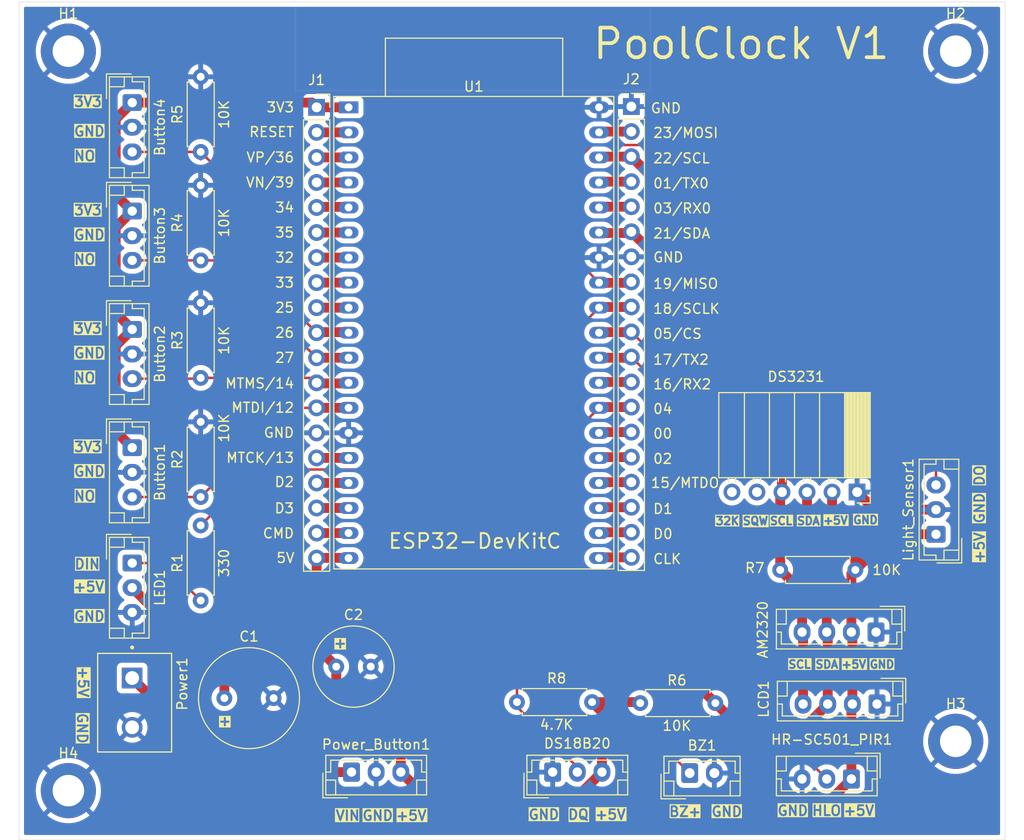
<source format=kicad_pcb>
(kicad_pcb (version 20240108) (generator "pcbnew") (generator_version "8.0")
  (title_block (title "PoolClock") (date "2025-01-26") (rev "1.0") (comment 1 "Yves Gaignard"))
  (layers (0 "F.Cu" signal) (31 "B.Cu" mixed) (34 "B.Paste" user) (35 "F.Paste" user) (36 "B.SilkS" user "B.Silkscreen") (37 "F.SilkS" user "F.Silkscreen") (38 "B.Mask" user) (39 "F.Mask" user) (44 "Edge.Cuts" user))
  (net 0 "")
  (net 1 "/SCL")
  (net 2 "GND")
  (net 3 "/SDA")
  (net 4 "/DIN")
  (net 5 "/IO12")
  (net 6 "/IO14")
  (net 7 "/IO27")
  (net 8 "/IO26")
  (net 9 "/IO17")
  (net 10 "/IO04")
  (net 11 "/IO05")
  (net 12 "/IO35")
  (net 13 "/EN")
  (net 14 "/IO32")
  (net 15 "/IO25")
  (net 16 "/IO39")
  (net 17 "/IO33")
  (net 18 "/IO36")
  (net 19 "/IO34")
  (net 20 "/IO13")
  (net 21 "/IO09")
  (net 22 "/IO11")
  (net 23 "/IO10")
  (net 24 "/IO08")
  (net 25 "/IO06")
  (net 26 "/IO18")
  (net 27 "/IO00")
  (net 28 "/VIN")
  (net 29 "/IO03")
  (net 30 "/32K")
  (net 31 "/SQW")
  (net 32 "/IO19")
  (net 33 "/IO07")
  (net 34 "/IO15")
  (net 35 "/IO23")
  (net 36 "/IO16")
  (net 37 "/IO01")
  (net 38 "/IO02")
  (net 39 "/+5V")
  (net 40 "/3V3")
  (footprint "Connector_JST:JST_EH_B3B-EH-A_1x03_P2.50mm_Vertical" (layer "F.Cu") (at 86.975 76.21844 -90)
    (property "Reference" "Button3" (at 2.5 -2.8 90) (layer "F.SilkS"))
    (property "Value" "Conn_01x03_Pin" (hide yes))
    (pad "1" thru_hole roundrect (at 0 0 270) (size 1.7 1.95) (drill 0.95) (layers "*.Cu" "*.Mask") (roundrect_rratio 0.147059) (net 40 "/3V3"))
    (pad "2" thru_hole oval (at 2.5 0 270) (size 1.7 1.95) (drill 0.95) (layers "*.Cu" "*.Mask") (net 2 "GND"))
    (pad "3" thru_hole oval (at 5 0 270) (size 1.7 1.95) (drill 0.95) (layers "*.Cu" "*.Mask") (net 7 "/IO27"))
  )
  (footprint "Connector_JST:JST_EH_B3B-EH-A_1x03_P2.50mm_Vertical" (layer "F.Cu") (at 109.22 133.12)
    (property "Reference" "Power_Button1" (at 2.5 -2.8 0) (layer "F.SilkS"))
    (property "Value" "Conn_01x03_Pin" (hide yes))
    (pad "1" thru_hole roundrect (at 0 0) (size 1.7 1.95) (drill 0.95) (layers "*.Cu" "*.Mask") (roundrect_rratio 0.147059) (net 28 "/VIN"))
    (pad "2" thru_hole oval (at 2.5 0) (size 1.7 1.95) (drill 0.95) (layers "*.Cu" "*.Mask") (net 2 "GND"))
    (pad "3" thru_hole oval (at 5 0) (size 1.7 1.95) (drill 0.95) (layers "*.Cu" "*.Mask") (net 39 "/+5V"))
  )
  (footprint "Connector_PinSocket_2.54mm:PinSocket_1x19_P2.54mm_Vertical" (layer "F.Cu") (at 137.6 65.61688)
    (property "Reference" "J2" (at 0 -2.77 0) (layer "F.SilkS"))
    (property "Value" "Conn_01x19_Pin")
    (pad "1" thru_hole rect (at 0 0) (size 1.7 1.7) (drill 1) (layers "*.Cu" "*.Mask") (net 2 "GND"))
    (pad "2" thru_hole oval (at 0 2.54) (size 1.7 1.7) (drill 1) (layers "*.Cu" "*.Mask") (net 35 "/IO23"))
    (pad "3" thru_hole oval (at 0 5.08) (size 1.7 1.7) (drill 1) (layers "*.Cu" "*.Mask") (net 1 "/SCL"))
    (pad "4" thru_hole oval (at 0 7.62) (size 1.7 1.7) (drill 1) (layers "*.Cu" "*.Mask") (net 37 "/IO01"))
    (pad "5" thru_hole oval (at 0 10.16) (size 1.7 1.7) (drill 1) (layers "*.Cu" "*.Mask") (net 29 "/IO03"))
    (pad "6" thru_hole oval (at 0 12.7) (size 1.7 1.7) (drill 1) (layers "*.Cu" "*.Mask") (net 3 "/SDA"))
    (pad "7" thru_hole oval (at 0 15.24) (size 1.7 1.7) (drill 1) (layers "*.Cu" "*.Mask") (net 2 "GND"))
    (pad "8" thru_hole oval (at 0 17.78) (size 1.7 1.7) (drill 1) (layers "*.Cu" "*.Mask") (net 32 "/IO19"))
    (pad "9" thru_hole oval (at 0 20.32) (size 1.7 1.7) (drill 1) (layers "*.Cu" "*.Mask") (net 26 "/IO18"))
    (pad "10" thru_hole oval (at 0 22.86) (size 1.7 1.7) (drill 1) (layers "*.Cu" "*.Mask") (net 11 "/IO05"))
    (pad "11" thru_hole oval (at 0 25.4) (size 1.7 1.7) (drill 1) (layers "*.Cu" "*.Mask") (net 9 "/IO17"))
    (pad "12" thru_hole oval (at 0 27.94) (size 1.7 1.7) (drill 1) (layers "*.Cu" "*.Mask") (net 36 "/IO16"))
    (pad "13" thru_hole oval (at 0 30.48) (size 1.7 1.7) (drill 1) (layers "*.Cu" "*.Mask") (net 10 "/IO04"))
    (pad "14" thru_hole oval (at 0 33.02) (size 1.7 1.7) (drill 1) (layers "*.Cu" "*.Mask") (net 27 "/IO00"))
    (pad "15" thru_hole oval (at 0 35.56) (size 1.7 1.7) (drill 1) (layers "*.Cu" "*.Mask") (net 38 "/IO02"))
    (pad "16" thru_hole oval (at 0 38.1) (size 1.7 1.7) (drill 1) (layers "*.Cu" "*.Mask") (net 34 "/IO15"))
    (pad "17" thru_hole oval (at 0 40.64) (size 1.7 1.7) (drill 1) (layers "*.Cu" "*.Mask") (net 24 "/IO08"))
    (pad "18" thru_hole oval (at 0 43.18) (size 1.7 1.7) (drill 1) (layers "*.Cu" "*.Mask") (net 33 "/IO07"))
    (pad "19" thru_hole oval (at 0 45.72) (size 1.7 1.7) (drill 1) (layers "*.Cu" "*.Mask") (net 25 "/IO06"))
  )
  (footprint "Connector_JST:JST_EH_B3B-EH-A_1x03_P2.50mm_Vertical" (layer "F.Cu") (at 168.5 109 90)
    (property "Reference" "Light_Sensor1" (at 2.5 -2.8 90) (layer "F.SilkS"))
    (property "Value" "Conn_01x03_Pin")
    (pad "1" thru_hole roundrect (at 0 0 90) (size 1.7 1.95) (drill 0.95) (layers "*.Cu" "*.Mask") (roundrect_rratio 0.147059) (net 39 "/+5V"))
    (pad "2" thru_hole oval (at 2.5 0 90) (size 1.7 1.95) (drill 0.95) (layers "*.Cu" "*.Mask") (net 2 "GND"))
    (pad "3" thru_hole oval (at 5 0 90) (size 1.7 1.95) (drill 0.95) (layers "*.Cu" "*.Mask") (net 32 "/IO19"))
  )
  (footprint "Connector_PinSocket_2.54mm:PinSocket_1x19_P2.54mm_Vertical" (layer "F.Cu") (at 105.68 65.695)
    (property "Reference" "J1" (at 0 -2.77 0) (layer "F.SilkS"))
    (property "Value" "Conn_01x19_Pin")
    (pad "1" thru_hole rect (at 0 0) (size 1.7 1.7) (drill 1) (layers "*.Cu" "*.Mask") (net 40 "/3V3"))
    (pad "2" thru_hole oval (at 0 2.54) (size 1.7 1.7) (drill 1) (layers "*.Cu" "*.Mask") (net 13 "/EN"))
    (pad "3" thru_hole oval (at 0 5.08) (size 1.7 1.7) (drill 1) (layers "*.Cu" "*.Mask") (net 18 "/IO36"))
    (pad "4" thru_hole oval (at 0 7.62) (size 1.7 1.7) (drill 1) (layers "*.Cu" "*.Mask") (net 16 "/IO39"))
    (pad "5" thru_hole oval (at 0 10.16) (size 1.7 1.7) (drill 1) (layers "*.Cu" "*.Mask") (net 19 "/IO34"))
    (pad "6" thru_hole oval (at 0 12.7) (size 1.7 1.7) (drill 1) (layers "*.Cu" "*.Mask") (net 12 "/IO35"))
    (pad "7" thru_hole oval (at 0 15.24) (size 1.7 1.7) (drill 1) (layers "*.Cu" "*.Mask") (net 14 "/IO32"))
    (pad "8" thru_hole oval (at 0 17.78) (size 1.7 1.7) (drill 1) (layers "*.Cu" "*.Mask") (net 17 "/IO33"))
    (pad "9" thru_hole oval (at 0 20.32) (size 1.7 1.7) (drill 1) (layers "*.Cu" "*.Mask") (net 15 "/IO25"))
    (pad "10" thru_hole oval (at 0 22.86) (size 1.7 1.7) (drill 1) (layers "*.Cu" "*.Mask") (net 8 "/IO26"))
    (pad "11" thru_hole oval (at 0 25.4) (size 1.7 1.7) (drill 1) (layers "*.Cu" "*.Mask") (net 7 "/IO27"))
    (pad "12" thru_hole oval (at 0 27.94) (size 1.7 1.7) (drill 1) (layers "*.Cu" "*.Mask") (net 6 "/IO14"))
    (pad "13" thru_hole oval (at 0 30.48) (size 1.7 1.7) (drill 1) (layers "*.Cu" "*.Mask") (net 5 "/IO12"))
    (pad "14" thru_hole oval (at 0 33.02) (size 1.7 1.7) (drill 1) (layers "*.Cu" "*.Mask") (net 2 "GND"))
    (pad "15" thru_hole oval (at 0 35.56) (size 1.7 1.7) (drill 1) (layers "*.Cu" "*.Mask") (net 20 "/IO13"))
    (pad "16" thru_hole oval (at 0 38.1) (size 1.7 1.7) (drill 1) (layers "*.Cu" "*.Mask") (net 21 "/IO09"))
    (pad "17" thru_hole oval (at 0 40.64) (size 1.7 1.7) (drill 1) (layers "*.Cu" "*.Mask") (net 23 "/IO10"))
    (pad "18" thru_hole oval (at 0 43.18) (size 1.7 1.7) (drill 1) (layers "*.Cu" "*.Mask") (net 22 "/IO11"))
    (pad "19" thru_hole oval (at 0 45.72) (size 1.7 1.7) (drill 1) (layers "*.Cu" "*.Mask") (net 39 "/+5V"))
  )
  (footprint "Capacitor_THT:C_Radial_D8.0mm_H11.5mm_P3.50mm" (layer "F.Cu") (at 107.67 122.42)
    (property "Reference" "C2" (at 1.75 -5.25 0) (layer "F.SilkS"))
    (property "Value" "470µF")
    (pad "1" thru_hole circle (at 0 0) (size 1.6 1.6) (drill 0.8) (layers "*.Cu" "*.Mask") (net 39 "/+5V"))
    (pad "2" thru_hole circle (at 3.5 0) (size 1.6 1.6) (drill 0.8) (layers "*.Cu" "*.Mask") (net 2 "GND"))
  )
  (footprint "Connector_JST:JST_EH_B3B-EH-A_1x03_P2.50mm_Vertical" (layer "F.Cu") (at 86.975 111.92 -90)
    (property "Reference" "LED1" (at 2.5 -2.8 90) (layer "F.SilkS"))
    (property "Value" "Conn_01x03_Pin" (hide yes))
    (pad "1" thru_hole roundrect (at 0 0 270) (size 1.7 1.95) (drill 0.95) (layers "*.Cu" "*.Mask") (roundrect_rratio 0.147059) (net 4 "/DIN"))
    (pad "2" thru_hole oval (at 2.5 0 270) (size 1.7 1.95) (drill 0.95) (layers "*.Cu" "*.Mask") (net 39 "/+5V"))
    (pad "3" thru_hole oval (at 5 0 270) (size 1.7 1.95) (drill 0.95) (layers "*.Cu" "*.Mask") (net 2 "GND"))
  )
  (footprint "Connector_JST:JST_EH_B3B-EH-A_1x03_P2.50mm_Vertical" (layer "F.Cu") (at 129.62 133.12)
    (property "Reference" "DS18B20" (at 2.5 -2.9 0) (layer "F.SilkS"))
    (property "Value" "Conn_01x03_Pin")
    (pad "1" thru_hole roundrect (at 0 0) (size 1.7 1.95) (drill 0.95) (layers "*.Cu" "*.Mask") (roundrect_rratio 0.147059) (net 2 "GND"))
    (pad "2" thru_hole oval (at 2.5 0) (size 1.7 1.95) (drill 0.95) (layers "*.Cu" "*.Mask") (net 10 "/IO04"))
    (pad "3" thru_hole oval (at 5 0) (size 1.7 1.95) (drill 0.95) (layers "*.Cu" "*.Mask") (net 39 "/+5V"))
  )
  (footprint "Connector_JST:JST_EH_B3B-EH-A_1x03_P2.50mm_Vertical" (layer "F.Cu") (at 86.975 65.21844 -90)
    (property "Reference" "Button4" (at 2.5 -2.8 90) (layer "F.SilkS"))
    (property "Value" "Conn_01x03_Pin" (hide yes))
    (pad "1" thru_hole roundrect (at 0 0 270) (size 1.7 1.95) (drill 0.95) (layers "*.Cu" "*.Mask") (roundrect_rratio 0.147059) (net 40 "/3V3"))
    (pad "2" thru_hole oval (at 2.5 0 270) (size 1.7 1.95) (drill 0.95) (layers "*.Cu" "*.Mask") (net 2 "GND"))
    (pad "3" thru_hole oval (at 5 0 270) (size 1.7 1.95) (drill 0.95) (layers "*.Cu" "*.Mask") (net 8 "/IO26"))
  )
  (footprint "Connector_JST:JST_EH_B3B-EH-A_1x03_P2.50mm_Vertical" (layer "F.Cu") (at 159.92 133.82 180)
    (property "Reference" "HR-SC501_PIR1" (at 2 4 0) (layer "F.SilkS"))
    (property "Value" "Conn_01x03_Pin" (hide yes))
    (pad "1" thru_hole roundrect (at 0 0 180) (size 1.7 1.95) (drill 0.95) (layers "*.Cu" "*.Mask") (roundrect_rratio 0.147059) (net 39 "/+5V"))
    (pad "2" thru_hole oval (at 2.5 0 180) (size 1.7 1.95) (drill 0.95) (layers "*.Cu" "*.Mask") (net 11 "/IO05"))
    (pad "3" thru_hole oval (at 5 0 180) (size 1.7 1.95) (drill 0.95) (layers "*.Cu" "*.Mask") (net 2 "GND"))
  )
  (footprint "MyLibrary:HANDSON_KF301-2P" (layer "F.Cu") (at 86.97 126.0825 -90)
    (property "Reference" "Power1" (at -1.905 -5.08 90) (layer "F.SilkS"))
    (property "Value" "Screw_Terminal_01x02")
    (pad "1" thru_hole rect (at -2.5 0 270) (size 2.1 2.1) (drill 1.4) (layers "*.Cu" "*.Mask") (net 28 "/VIN"))
    (pad "2" thru_hole circle (at 2.5 0 270) (size 2.1 2.1) (drill 1.4) (layers "*.Cu" "*.Mask") (net 2 "GND"))
  )
  (footprint "Connector_JST:JST_EH_B4B-EH-A_1x04_P2.50mm_Vertical" (layer "F.Cu") (at 162.42 118.92 180)
    (property "Reference" "AM2320" (at 11.5 0.25 90) (layer "F.SilkS"))
    (property "Value" "Conn_01x04_Pin" (hide yes))
    (pad "1" thru_hole roundrect (at 0 0 180) (size 1.7 1.95) (drill 0.95) (layers "*.Cu" "*.Mask") (roundrect_rratio 0.147059) (net 2 "GND"))
    (pad "2" thru_hole oval (at 2.5 0 180) (size 1.7 1.95) (drill 0.95) (layers "*.Cu" "*.Mask") (net 39 "/+5V"))
    (pad "3" thru_hole oval (at 5 0 180) (size 1.7 1.95) (drill 0.95) (layers "*.Cu" "*.Mask") (net 3 "/SDA"))
    (pad "4" thru_hole oval (at 7.5 0 180) (size 1.7 1.95) (drill 0.95) (layers "*.Cu" "*.Mask") (net 1 "/SCL"))
  )
  (footprint "Resistor_THT:R_Axial_DIN0207_L6.3mm_D2.5mm_P7.62mm_Horizontal" (layer "F.Cu") (at 152.7 112.62)
    (property "Reference" "R7" (at -2.58 -0.2 0) (layer "F.SilkS"))
    (property "Value" "10K" (at 10.81 0 0) (layer "F.SilkS"))
    (pad "1" thru_hole circle (at 0 0) (size 1.6 1.6) (drill 0.8) (layers "*.Cu" "*.Mask") (net 1 "/SCL"))
    (pad "2" thru_hole oval (at 7.62 0) (size 1.6 1.6) (drill 0.8) (layers "*.Cu" "*.Mask") (net 39 "/+5V"))
  )
  (footprint "Connector_PinSocket_2.54mm:PinSocket_1x06_P2.54mm_Horizontal" (layer "F.Cu") (at 160.5 104.72 -90)
    (property "Reference" "DS3231" (at -11.7 6.2 180) (layer "F.SilkS"))
    (property "Value" "Conn_01x06_Socket")
    (pad "1" thru_hole rect (at 0 0 270) (size 1.7 1.7) (drill 1) (layers "*.Cu" "*.Mask") (net 2 "GND"))
    (pad "2" thru_hole oval (at 0 2.54 270) (size 1.7 1.7) (drill 1) (layers "*.Cu" "*.Mask") (net 39 "/+5V"))
    (pad "3" thru_hole oval (at 0 5.08 270) (size 1.7 1.7) (drill 1) (layers "*.Cu" "*.Mask") (net 3 "/SDA"))
    (pad "4" thru_hole oval (at 0 7.62 270) (size 1.7 1.7) (drill 1) (layers "*.Cu" "*.Mask") (net 1 "/SCL"))
    (pad "5" thru_hole oval (at 0 10.16 270) (size 1.7 1.7) (drill 1) (layers "*.Cu" "*.Mask") (net 31 "/SQW"))
    (pad "6" thru_hole oval (at 0 12.7 270) (size 1.7 1.7) (drill 1) (layers "*.Cu" "*.Mask") (net 30 "/32K"))
  )
  (footprint "Connector_JST:JST_EH_B3B-EH-A_1x03_P2.50mm_Vertical" (layer "F.Cu") (at 86.975 88.21844 -90)
    (property "Reference" "Button2" (at 2.5 -2.8 90) (layer "F.SilkS"))
    (property "Value" "Conn_01x03_Pin" (hide yes))
    (pad "1" thru_hole roundrect (at 0 0 270) (size 1.7 1.95) (drill 0.95) (layers "*.Cu" "*.Mask") (roundrect_rratio 0.147059) (net 40 "/3V3"))
    (pad "2" thru_hole oval (at 2.5 0 270) (size 1.7 1.95) (drill 0.95) (layers "*.Cu" "*.Mask") (net 2 "GND"))
    (pad "3" thru_hole oval (at 5 0 270) (size 1.7 1.95) (drill 0.95) (layers "*.Cu" "*.Mask") (net 6 "/IO14"))
  )
  (footprint "MountingHole:MountingHole_3.2mm_M3_DIN965_Pad" (layer "F.Cu") (at 80.5 135)
    (property "Reference" "H4" (at 0 -3.8 0) (layer "F.SilkS"))
    (property "Value" "MountingHole_Pad")
    (pad "1" thru_hole circle (at 0 0) (size 5.6 5.6) (drill 3.2) (layers "*.Cu" "*.Mask") (net 2 "GND"))
  )
  (footprint "Resistor_THT:R_Axial_DIN0207_L6.3mm_D2.5mm_P7.62mm_Horizontal" (layer "F.Cu") (at 93.92 105.21844 90)
    (property "Reference" "R2" (at 3.81 -2.37 90) (layer "F.SilkS"))
    (property "Value" "10K" (at 6.99844 2.37 90) (layer "F.SilkS"))
    (pad "1" thru_hole circle (at 0 0 90) (size 1.6 1.6) (drill 0.8) (layers "*.Cu" "*.Mask") (net 5 "/IO12"))
    (pad "2" thru_hole oval (at 7.62 0 90) (size 1.6 1.6) (drill 0.8) (layers "*.Cu" "*.Mask") (net 2 "GND"))
  )
  (footprint "Resistor_THT:R_Axial_DIN0207_L6.3mm_D2.5mm_P7.62mm_Horizontal" (layer "F.Cu") (at 93.92 115.72 90)
    (property "Reference" "R1" (at 3.81 -2.37 90) (layer "F.SilkS"))
    (property "Value" "330" (at 3.81 2.37 90) (layer "F.SilkS"))
    (pad "1" thru_hole circle (at 0 0 90) (size 1.6 1.6) (drill 0.8) (layers "*.Cu" "*.Mask") (net 4 "/DIN"))
    (pad "2" thru_hole oval (at 7.62 0 90) (size 1.6 1.6) (drill 0.8) (layers "*.Cu" "*.Mask") (net 26 "/IO18"))
  )
  (footprint "MountingHole:MountingHole_3.2mm_M3_DIN965_Pad" (layer "F.Cu") (at 80.5 60)
    (property "Reference" "H1" (at 0 -3.8 0) (layer "F.SilkS"))
    (property "Value" "MountingHole_Pad")
    (pad "1" thru_hole circle (at 0 0) (size 5.6 5.6) (drill 3.2) (layers "*.Cu" "*.Mask") (net 2 "GND"))
  )
  (footprint "Resistor_THT:R_Axial_DIN0207_L6.3mm_D2.5mm_P7.62mm_Horizontal" (layer "F.Cu") (at 93.92 93.14 90)
    (property "Reference" "R3" (at 3.81 -2.37 90) (layer "F.SilkS"))
    (property "Value" "10K" (at 3.81 2.37 90) (layer "F.SilkS"))
    (pad "1" thru_hole circle (at 0 0 90) (size 1.6 1.6) (drill 0.8) (layers "*.Cu" "*.Mask") (net 6 "/IO14"))
    (pad "2" thru_hole oval (at 7.62 0 90) (size 1.6 1.6) (drill 0.8) (layers "*.Cu" "*.Mask") (net 2 "GND"))
  )
  (footprint "Connector_JST:JST_EH_B4B-EH-A_1x04_P2.50mm_Vertical" (layer "F.Cu") (at 162.52 126.22 180)
    (property "Reference" "LCD1" (at 11.5 0.5 90) (layer "F.SilkS"))
    (property "Value" "Conn_01x04_Pin" (hide yes))
    (pad "1" thru_hole roundrect (at 0 0 180) (size 1.7 1.95) (drill 0.95) (layers "*.Cu" "*.Mask") (roundrect_rratio 0.147059) (net 2 "GND"))
    (pad "2" thru_hole oval (at 2.5 0 180) (size 1.7 1.95) (drill 0.95) (layers "*.Cu" "*.Mask") (net 39 "/+5V"))
    (pad "3" thru_hole oval (at 5 0 180) (size 1.7 1.95) (drill 0.95) (layers "*.Cu" "*.Mask") (net 3 "/SDA"))
    (pad "4" thru_hole oval (at 7.5 0 180) (size 1.7 1.95) (drill 0.95) (layers "*.Cu" "*.Mask") (net 1 "/SCL"))
  )
  (footprint "Resistor_THT:R_Axial_DIN0207_L6.3mm_D2.5mm_P7.62mm_Horizontal" (layer "F.Cu") (at 93.92 81.22 90)
    (property "Reference" "R4" (at 3.81 -2.37 90) (layer "F.SilkS"))
    (property "Value" "10K" (at 3.81 2.37 90) (layer "F.SilkS"))
    (pad "1" thru_hole circle (at 0 0 90) (size 1.6 1.6) (drill 0.8) (layers "*.Cu" "*.Mask") (net 7 "/IO27"))
    (pad "2" thru_hole oval (at 7.62 0 90) (size 1.6 1.6) (drill 0.8) (layers "*.Cu" "*.Mask") (net 2 "GND"))
  )
  (footprint "Resistor_THT:R_Axial_DIN0207_L6.3mm_D2.5mm_P7.62mm_Horizontal" (layer "F.Cu") (at 133.62 126.02 180)
    (property "Reference" "R8" (at 3.6 2.4 0) (layer "F.SilkS"))
    (property "Value" "4.7K" (at 3.6 -2.3 0) (layer "F.SilkS"))
    (pad "1" thru_hole circle (at 0 0 180) (size 1.6 1.6) (drill 0.8) (layers "*.Cu" "*.Mask") (net 39 "/+5V"))
    (pad "2" thru_hole oval (at 7.62 0 180) (size 1.6 1.6) (drill 0.8) (layers "*.Cu" "*.Mask") (net 10 "/IO04"))
  )
  (footprint "MountingHole:MountingHole_3.2mm_M3_DIN965_Pad" (layer "F.Cu") (at 170.5 130)
    (property "Reference" "H3" (at 0 -3.8 0) (layer "F.SilkS"))
    (property "Value" "MountingHole_Pad")
    (pad "1" thru_hole circle (at 0 0) (size 5.6 5.6) (drill 3.2) (layers "*.Cu" "*.Mask") (net 2 "GND"))
  )
  (footprint "Connector_JST:JST_EH_B3B-EH-A_1x03_P2.50mm_Vertical" (layer "F.Cu") (at 86.975 100.21844 -90)
    (property "Reference" "Button1" (at 2.5 -2.8 90) (layer "F.SilkS"))
    (property "Value" "Conn_01x03_Pin" (hide yes))
    (pad "1" thru_hole roundrect (at 0 0 270) (size 1.7 1.95) (drill 0.95) (layers "*.Cu" "*.Mask") (roundrect_rratio 0.147059) (net 40 "/3V3"))
    (pad "2" thru_hole oval (at 2.5 0 270) (size 1.7 1.95) (drill 0.95) (layers "*.Cu" "*.Mask") (net 2 "GND"))
    (pad "3" thru_hole oval (at 5 0 270) (size 1.7 1.95) (drill 0.95) (layers "*.Cu" "*.Mask") (net 5 "/IO12"))
  )
  (footprint "Capacitor_THT:C_Radial_D10.0mm_H16.0mm_P5.00mm" (layer "F.Cu") (at 96.32 125.62)
    (property "Reference" "C1" (at 2.5 -6.25 0) (layer "F.SilkS"))
    (property "Value" "1000µF")
    (pad "1" thru_hole circle (at 0 0) (size 1.6 1.6) (drill 0.8) (layers "*.Cu" "*.Mask") (net 39 "/+5V"))
    (pad "2" thru_hole circle (at 5 0) (size 1.6 1.6) (drill 0.8) (layers "*.Cu" "*.Mask") (net 2 "GND"))
  )
  (footprint "Resistor_THT:R_Axial_DIN0207_L6.3mm_D2.5mm_P7.62mm_Horizontal" (layer "F.Cu") (at 146.12 126.12 180)
    (property "Reference" "R6" (at 3.9 2.3 0) (layer "F.SilkS"))
    (property "Value" "10K" (at 3.9 -2.3 0) (layer "F.SilkS"))
    (pad "1" thru_hole circle (at 0 0 180) (size 1.6 1.6) (drill 0.8) (layers "*.Cu" "*.Mask") (net 3 "/SDA"))
    (pad "2" thru_hole oval (at 7.62 0 180) (size 1.6 1.6) (drill 0.8) (layers "*.Cu" "*.Mask") (net 39 "/+5V"))
  )
  (footprint "Connector_JST:JST_EH_B2B-EH-A_1x02_P2.50mm_Vertical" (layer "F.Cu") (at 143.52 133.22)
    (property "Reference" "BZ1" (at 1.25 -2.8 0) (layer "F.SilkS"))
    (property "Value" "Buzzer" (hide yes))
    (pad "1" thru_hole roundrect (at 0 0) (size 1.7 2) (drill 1) (layers "*.Cu" "*.Mask") (roundrect_rratio 0.147059) (net 9 "/IO17"))
    (pad "2" thru_hole oval (at 2.5 0) (size 1.7 2) (drill 1) (layers "*.Cu" "*.Mask") (net 2 "GND"))
  )
  (footprint "Resistor_THT:R_Axial_DIN0207_L6.3mm_D2.5mm_P7.62mm_Horizontal" (layer "F.Cu") (at 93.92 70.22 90)
    (property "Reference" "R5" (at 3.81 -2.37 90) (layer "F.SilkS"))
    (property "Value" "10K" (at 3.81 2.37 90) (layer "F.SilkS"))
    (pad "1" thru_hole circle (at 0 0 90) (size 1.6 1.6) (drill 0.8) (layers "*.Cu" "*.Mask") (net 8 "/IO26"))
    (pad "2" thru_hole oval (at 7.62 0 90) (size 1.6 1.6) (drill 0.8) (layers "*.Cu" "*.Mask") (net 2 "GND"))
  )
  (footprint "MountingHole:MountingHole_3.2mm_M3_DIN965_Pad" (layer "F.Cu") (at 170.5 60)
    (property "Reference" "H2" (at 0 -3.8 0) (layer "F.SilkS"))
    (property "Value" "MountingHole_Pad")
    (pad "1" thru_hole circle (at 0 0) (size 5.6 5.6) (drill 3.2) (layers "*.Cu" "*.Mask") (net 2 "GND"))
  )
  (footprint "PCM_Espressif:ESP32-DevKitC" (layer "F.Cu") (at 108.925 65.695)
    (property "Reference" "U1" (at 12.7 -2.1 0) (layer "F.SilkS"))
    (property "Value" "ESP32-DevKitC" (at 12.805 44.00188 180) (layer "F.SilkS") (effects (font (size 1.5 1.5) (thickness 0.2))))
    (fp_text user "MTCK/13" (at -5.445 35.54188 0) (layer "F.SilkS") (effects (justify right)))
    (fp_text user "02" (at 30.805 35.65188 0) (layer "F.SilkS") (effects (justify left)))
    (fp_text user "27" (at -5.445 25.4 0) (layer "F.SilkS") (effects (justify right)))
    (fp_text user "33" (at -5.445 17.78 0) (layer "F.SilkS") (effects (justify right)))
    (fp_text user "MTMS/14" (at -5.445 28.00188 0) (layer "F.SilkS") (effects (justify right)))
    (fp_text user "22/SCL" (at 30.805 5.17188 0) (layer "F.SilkS") (effects (justify left)))
    (fp_text user "D3" (at -5.445 40.6706 0) (layer "F.SilkS") (effects (justify right)))
    (fp_text user "GND" (at -5.445 33.00188 0) (layer "F.SilkS") (effects (justify right)))
    (fp_text user "34" (at -5.445 10.16 0) (layer "F.SilkS") (effects (justify right)))
    (fp_text user "00" (at 30.805 33.09376 0) (layer "F.SilkS") (effects (justify left)))
    (fp_text user "03/RX0" (at 30.805 10.25188 0) (layer "F.SilkS") (effects (justify left)))
    (fp_text user "MTDI/12" (at -5.445 30.46188 0) (layer "F.SilkS") (effects (justify right)))
    (fp_text user "19/MISO" (at 30.805 17.89376 0) (layer "F.SilkS") (effects (justify left)))
    (fp_text user "16/RX2" (at 30.805 28.09376 0) (layer "F.SilkS") (effects (justify left)))
    (fp_text user "CLK" (at 30.805 45.81188 0) (layer "F.SilkS") (effects (justify left)))
    (fp_text user "23/MOSI" (at 30.805 2.59376 0) (layer "F.SilkS") (effects (justify left)))
    (fp_text user "GND" (at 30.805 15.213465 0) (layer "F.SilkS") (effects (justify left)))
    (fp_text user "VN/39" (at -5.445 7.62 0) (layer "F.SilkS") (effects (justify right)))
    (fp_text user "CMD" (at -5.445 43.2106 0) (layer "F.SilkS") (effects (justify right)))
    (fp_text user "3V3" (at -5.445 0.00188 0) (layer "F.SilkS") (effects (justify right)))
    (fp_text user "05/CS" (at 30.805 22.97376 0) (layer "F.SilkS") (effects (justify left)))
    (fp_text user "32" (at -5.445 15.24 0) (layer "F.SilkS") (effects (justify right)))
    (fp_text user "D2" (at -5.445 38.00188 0) (layer "F.SilkS") (effects (justify right)))
    (fp_text user "21/SDA" (at 30.805 12.79188 0) (layer "F.SilkS") (effects (justify left)))
    (fp_text user "26" (at -5.445 22.86 0) (layer "F.SilkS") (effects (justify right)))
    (fp_text user "15/MTDO" (at 30.575 38.09188 0) (layer "F.SilkS") (effects (justify left)))
    (fp_text user "35" (at -5.445 12.7 0) (layer "F.SilkS") (effects (justify right)))
    (fp_text user "5V" (at -5.399879 45.704661 0) (layer "F.SilkS") (effects (justify right)))
    (fp_text user "25" (at -5.445 20.32 0) (layer "F.SilkS") (effects (justify right)))
    (fp_text user "D0" (at 30.805 43.27188 0) (layer "F.SilkS") (effects (justify left)))
    (fp_text user "RESET" (at -5.445 2.50188 0) (layer "F.SilkS") (effects (justify right)))
    (fp_text user "D1" (at 30.805 40.73188 0) (layer "F.SilkS") (effects (justify left)))
    (fp_text user "GND" (at 33.805 0.09376 0) (layer "F.SilkS") (effects (justify right)))
    (fp_text user "VP/36" (at -5.445 5.08 0) (layer "F.SilkS") (effects (justify right)))
    (fp_text user "04" (at 30.805 30.59376 0) (layer "F.SilkS") (effects (justify left)))
    (fp_text user "17/TX2" (at 30.805 25.59376 0) (layer "F.SilkS") (effects (justify left)))
    (fp_text user "01/TX0" (at 30.805 7.71188 0) (layer "F.SilkS") (effects (justify left)))
    (fp_text user "18/SCLK" (at 30.805 20.43376 0) (layer "F.SilkS") (effects (justify left)))
    (pad "1" thru_hole rect (at 0 0 270) (size 1.2 2) (drill 0.8) (layers "*.Cu" "*.Mask") (net 40 "/3V3"))
    (pad "2" thru_hole oval (at 0 2.54 270) (size 1.2 2) (drill 0.8) (layers "*.Cu" "*.Mask") (net 13 "/EN"))
    (pad "3" thru_hole oval (at 0 5.08 270) (size 1.2 2) (drill 0.8) (layers "*.Cu" "*.Mask") (net 18 "/IO36"))
    (pad "4" thru_hole oval (at 0 7.62 270) (size 1.2 2) (drill 0.8) (layers "*.Cu" "*.Mask") (net 16 "/IO39"))
    (pad "5" thru_hole oval (at 0 10.16 270) (size 1.2 2) (drill 0.8) (layers "*.Cu" "*.Mask") (net 19 "/IO34"))
    (pad "6" thru_hole oval (at 0 12.7 270) (size 1.2 2) (drill 0.8) (layers "*.Cu" "*.Mask") (net 12 "/IO35"))
    (pad "7" thru_hole oval (at 0 15.24 270) (size 1.2 2) (drill 0.8) (layers "*.Cu" "*.Mask") (net 14 "/IO32"))
    (pad "8" thru_hole oval (at 0 17.78 270) (size 1.2 2) (drill 0.8) (layers "*.Cu" "*.Mask") (net 17 "/IO33"))
    (pad "9" thru_hole oval (at 0 20.32 270) (size 1.2 2) (drill 0.8) (layers "*.Cu" "*.Mask") (net 15 "/IO25"))
    (pad "10" thru_hole oval (at 0 22.86 270) (size 1.2 2) (drill 0.8) (layers "*.Cu" "*.Mask") (net 8 "/IO26"))
    (pad "11" thru_hole oval (at 0 25.4 270) (size 1.2 2) (drill 0.8) (layers "*.Cu" "*.Mask") (net 7 "/IO27"))
    (pad "12" thru_hole oval (at 0 27.94 270) (size 1.2 2) (drill 0.8) (layers "*.Cu" "*.Mask") (net 6 "/IO14"))
    (pad "13" thru_hole oval (at 0 30.48 270) (size 1.2 2) (drill 0.8) (layers "*.Cu" "*.Mask") (net 5 "/IO12"))
    (pad "14" thru_hole oval (at 0 33.02 270) (size 1.2 2) (drill 0.8) (layers "*.Cu" "*.Mask") (net 2 "GND"))
    (pad "15" thru_hole oval (at 0 35.56 270) (size 1.2 2) (drill 0.8) (layers "*.Cu" "*.Mask") (net 20 "/IO13"))
    (pad "16" thru_hole oval (at 0 38.1 270) (size 1.2 2) (drill 0.8) (layers "*.Cu" "*.Mask") (net 21 "/IO09"))
    (pad "17" thru_hole oval (at 0 40.64 270) (size 1.2 2) (drill 0.8) (layers "*.Cu" "*.Mask") (net 23 "/IO10"))
    (pad "18" thru_hole oval (at 0 43.18 270) (size 1.2 2) (drill 0.8) (layers "*.Cu" "*.Mask") (net 22 "/IO11"))
    (pad "19" thru_hole oval (at 0 45.72 270) (size 1.2 2) (drill 0.8) (layers "*.Cu" "*.Mask") (net 39 "/+5V"))
    (pad "20" thru_hole oval (at 25.39632 45.71728 270) (size 1.2 2) (drill 0.8) (layers "*.Cu" "*.Mask") (net 25 "/IO06"))
    (pad "21" thru_hole oval (at 25.39632 43.17728 270) (size 1.2 2) (drill 0.8) (layers "*.Cu" "*.Mask") (net 33 "/IO07"))
    (pad "22" thru_hole oval (at 25.4 40.64 270) (size 1.2 2) (drill 0.8) (layers "*.Cu" "*.Mask") (net 24 "/IO08"))
    (pad "23" thru_hole oval (at 25.4 38.1 270) (size 1.2 2) (drill 0.8) (layers "*.Cu" "*.Mask") (net 34 "/IO15"))
    (pad "24" thru_hole oval (at 25.4 35.56 270) (size 1.2 2) (drill 0.8) (layers "*.Cu" "*.Mask") (net 38 "/IO02"))
    (pad "25" thru_hole oval (at 25.4 33.02 270) (size 1.2 2) (drill 0.8) (layers "*.Cu" "*.Mask") (net 27 "/IO00"))
    (pad "26" thru_hole oval (at 25.4 30.48 270) (size 1.2 2) (drill 0.8) (layers "*.Cu" "*.Mask") (net 10 "/IO04"))
    (pad "27" thru_hole oval (at 25.4 27.94 270) (size 1.2 2) (drill 0.8) (layers "*.Cu" "*.Mask") (net 36 "/IO16"))
    (pad "28" thru_hole oval (at 25.4 25.4 270) (size 1.2 2) (drill 0.8) (layers "*.Cu" "*.Mask") (net 9 "/IO17"))
    (pad "29" thru_hole oval (at 25.4 22.86 270) (size 1.2 2) (drill 0.8) (layers "*.Cu" "*.Mask") (net 11 "/IO05"))
    (pad "30" thru_hole oval (at 25.4 20.32 270) (size 1.2 2) (drill 0.8) (layers "*.Cu" "*.Mask") (net 26 "/IO18"))
    (pad "31" thru_hole oval (at 25.4 17.78 270) (size 1.2 2) (drill 0.8) (layers "*.Cu" "*.Mask") (net 32 "/IO19"))
    (pad "32" thru_hole oval (at 25.4 15.24 270) (size 1.2 2) (drill 0.8) (layers "*.Cu" "*.Mask") (net 2 "GND"))
    (pad "33" thru_hole oval (at 25.4 12.7 270) (size 1.2 2) (drill 0.8) (layers "*.Cu" "*.Mask") (net 3 "/SDA"))
    (pad "34" thru_hole oval (at 25.4 10.16 270) (size 1.2 2) (drill 0.8) (layers "*.Cu" "*.Mask") (net 29 "/IO03"))
    (pad "35" thru_hole oval (at 25.4 7.62 270) (size 1.2 2) (drill 0.8) (layers "*.Cu" "*.Mask") (net 37 "/IO01"))
    (pad "36" thru_hole oval (at 25.4 5.08 270) (size 1.2 2) (drill 0.8) (layers "*.Cu" "*.Mask") (net 1 "/SCL"))
    (pad "37" thru_hole oval (at 25.4 2.54 270) (size 1.2 2) (drill 0.8) (layers "*.Cu" "*.Mask") (net 35 "/IO23"))
    (pad "38" thru_hole oval (at 25.4 0 270) (size 1.2 2) (drill 0.8) (layers "*.Cu" "*.Mask") (net 2 "GND"))
  )
  (gr_rect (start 75.5 55) (end 175.5 140) (stroke (width 0.05)) (fill none) (layer "Edge.Cuts"))
  (gr_text "NO" (at 80.975 81.71844 0) (layer "F.SilkS" knockout) (effects (font (size 1 1) (thickness 0.2) (bold yes)) (justify left bottom)))
  (gr_text "NO" (at 80.975 93.71844 0) (layer "F.SilkS" knockout) (effects (font (size 1 1) (thickness 0.2) (bold yes)) (justify left bottom)))
  (gr_text "SQW" (at 148.8 108.12 0) (layer "F.SilkS" knockout) (effects (font (size 0.8 0.8) (thickness 0.2) (bold yes)) (justify left bottom)))
  (gr_text "3V3" (at 80.975 100.71844 0) (layer "F.SilkS" knockout) (effects (font (size 1 1) (thickness 0.2) (bold yes)) (justify left bottom)))
  (gr_text "GND" (at 80.975 91.21844 0) (layer "F.SilkS" knockout) (effects (font (size 1 1) (thickness 0.2) (bold yes)) (justify left bottom)))
  (gr_text "VIN" (at 107.52 138.12 0) (layer "F.SilkS" knockout) (effects (font (size 1 1) (thickness 0.2) (bold yes)) (justify left bottom)))
  (gr_text "3V3" (at 80.975 88.71844 0) (layer "F.SilkS" knockout) (effects (font (size 1 1) (thickness 0.2) (bold yes)) (justify left bottom)))
  (gr_text "GND" (at 80.975 117.92 0) (layer "F.SilkS" knockout) (effects (font (size 1 1) (thickness 0.2) (bold yes)) (justify left bottom)))
  (gr_text "32K" (at 146.05 108.12 0) (layer "F.SilkS" knockout) (effects (font (size 0.8 0.8) (thickness 0.2) (bold yes)) (justify left bottom)))
  (gr_text "GND" (at 160 108.02 0) (layer "F.SilkS" knockout) (effects (font (size 0.8 0.8) (thickness 0.2) (bold yes)) (justify left bottom)))
  (gr_text "SDA" (at 154.3 108.12 0) (layer "F.SilkS" knockout) (effects (font (size 0.8 0.8) (thickness 0.2) (bold yes)) (justify left bottom)))
  (gr_text "HLO" (at 155.82 137.62 0) (layer "F.SilkS" knockout) (effects (font (size 1 1) (thickness 0.2) (bold yes)) (justify left bottom)))
  (gr_text "DIN" (at 81.02 112.62 0) (layer "F.SilkS" knockout) (effects (font (size 1 1) (thickness 0.2) (bold yes)) (justify left bottom)))
  (gr_text "SDA" (at 156.17 122.67 0) (layer "F.SilkS" knockout) (effects (font (size 0.8 0.8) (thickness 0.2) (bold yes)) (justify left bottom)))
  (gr_text "+5V" (at 158.82 122.67 0) (layer "F.SilkS" knockout) (effects (font (size 0.8 0.8) (thickness 0.2) (bold yes)) (justify left bottom)))
  (gr_text "GND" (at 80.975 79.21844 0) (layer "F.SilkS" knockout) (effects (font (size 1 1) (thickness 0.2) (bold yes)) (justify left bottom)))
  (gr_text "GND" (at 145.62 137.72 0) (layer "F.SilkS" knockout) (effects (font (size 1 1) (thickness 0.2) (bold yes)) (justify left bottom)))
  (gr_text "GND" (at 110.22 138.12 0) (layer "F.SilkS" knockout) (effects (font (size 1 1) (thickness 0.2) (bold yes)) (justify left bottom)))
  (gr_text "SCL" (at 151.55 108.12 0) (layer "F.SilkS" knockout) (effects (font (size 0.8 0.8) (thickness 0.2) (bold yes)) (justify left bottom)))
  (gr_text "GND" (at 127.07 138.02 0) (layer "F.SilkS" knockout) (effects (font (size 1 1) (thickness 0.2) (bold yes)) (justify left bottom)))
  (gr_text "NO" (at 80.975 71.21844 0) (layer "F.SilkS" knockout) (effects (font (size 1 1) (thickness 0.2) (bold yes)) (justify left bottom)))
  (gr_text "NO" (at 80.975 105.71844 0) (layer "F.SilkS" knockout) (effects (font (size 1 1) (thickness 0.2) (bold yes)) (justify left bottom)))
  (gr_text "+" (at 95.62 128.52 0) (layer "F.SilkS" knockout) (effects (font (size 1 1) (thickness 0.2) (bold yes)) (justify left bottom)))
  (gr_text "+5V" (at 173.5 112 90) (layer "F.SilkS" knockout) (effects (font (size 1 1) (thickness 0.2) (bold yes)) (justify left bottom)))
  (gr_text "GND" (at 173.5 108 90) (layer "F.SilkS" knockout) (effects (font (size 1 1) (thickness 0.2) (bold yes)) (justify left bottom)))
  (gr_text "PoolClock V1" (at 133.5 61 0) (layer "F.SilkS") (effects (font (size 3 3) (thickness 0.375)) (justify left bottom)))
  (gr_text "+5V" (at 113.62 138.12 0) (layer "F.SilkS" knockout) (effects (font (size 1 1) (thickness 0.2) (bold yes)) (justify left bottom)))
  (gr_text "GND" (at 81.32 127.02 -90) (layer "F.SilkS" knockout) (effects (font (size 1 1) (thickness 0.2) (bold yes)) (justify left bottom)))
  (gr_text "+5V" (at 133.82 138.02 0) (layer "F.SilkS" knockout) (effects (font (size 1 1) (thickness 0.2) (bold yes)) (justify left bottom)))
  (gr_text "3V3" (at 80.975 65.71844 0) (layer "F.SilkS" knockout) (effects (font (size 1 1) (thickness 0.2) (bold yes)) (justify left bottom)))
  (gr_text "SCL" (at 153.42 122.67 0) (layer "F.SilkS" knockout) (effects (font (size 0.8 0.8) (thickness 0.2) (bold yes)) (justify left bottom)))
  (gr_text "+5V" (at 159.02 137.62 0) (layer "F.SilkS" knockout) (effects (font (size 1 1) (thickness 0.2) (bold yes)) (justify left bottom)))
  (gr_text "GND" (at 161.67 122.67 0) (layer "F.SilkS" knockout) (effects (font (size 0.8 0.8) (thickness 0.2) (bold yes)) (justify left bottom)))
  (gr_text "+" (at 107.32 120.62 0) (layer "F.SilkS" knockout) (effects (font (size 1 1) (thickness 0.2) (bold yes)) (justify left bottom)))
  (gr_text "DO" (at 173.5 104.2 90) (layer "F.SilkS" knockout) (effects (font (size 1 1) (thickness 0.2) (bold yes)) (justify left bottom)))
  (gr_text "+5V" (at 81.42 122.32 270) (layer "F.SilkS" knockout) (effects (font (size 1 1) (thickness 0.2) (bold yes)) (justify left bottom)))
  (gr_text "BZ+\n" (at 141.32 137.72 0) (layer "F.SilkS" knockout) (effects (font (size 1 1) (thickness 0.2) (bold yes)) (justify left bottom)))
  (gr_text "GND" (at 152.32 137.62 0) (layer "F.SilkS" knockout) (effects (font (size 1 1) (thickness 0.2) (bold yes)) (justify left bottom)))
  (gr_text "3V3" (at 80.975 76.71844 0) (layer "F.SilkS" knockout) (effects (font (size 1 1) (thickness 0.2) (bold yes)) (justify left bottom)))
  (gr_text "DQ" (at 131.07 138.02 0) (layer "F.SilkS" knockout) (effects (font (size 1 1) (thickness 0.2) (bold yes)) (justify left bottom)))
  (gr_text "+5V" (at 80.92 114.92 0) (layer "F.SilkS" knockout) (effects (font (size 1 1) (thickness 0.2) (bold yes)) (justify left bottom)))
  (gr_text "GND" (at 80.975 68.71844 0) (layer "F.SilkS" knockout) (effects (font (size 1 1) (thickness 0.2) (bold yes)) (justify left bottom)))
  (gr_text "+5V" (at 156.95 108.07 0) (layer "F.SilkS" knockout) (effects (font (size 0.8 0.8) (thickness 0.2) (bold yes)) (justify left bottom)))
  (gr_text "GND" (at 80.975 103.21844 0) (layer "F.SilkS" knockout) (effects (font (size 1 1) (thickness 0.2) (bold yes)) (justify left bottom)))
  (segment (start 134.325 70.775) (end 134.40312 70.69688) (width 1) (layer "F.Cu") (net 1))
  (segment (start 152.7 104.9) (end 152.88 104.72) (width 1) (layer "F.Cu") (net 1))
  (segment (start 152.88 85.97688) (end 137.6 70.69688) (width 1) (layer "F.Cu") (net 1))
  (segment (start 154.92 114.84) (end 152.7 112.62) (width 1) (layer "F.Cu") (net 1))
  (segment (start 134.40312 70.69688) (end 137.6 70.69688) (width 1) (layer "F.Cu") (net 1))
  (segment (start 155.02 119.02) (end 154.92 118.92) (width 1) (layer "F.Cu") (net 1))
  (segment (start 152.7 112.62) (end 152.7 104.9) (width 1) (layer "F.Cu") (net 1))
  (segment (start 155.02 126.22) (end 155.02 119.02) (width 1) (layer "F.Cu") (net 1))
  (segment (start 154.92 118.92) (end 154.92 114.84) (width 1) (layer "F.Cu") (net 1))
  (segment (start 152.88 104.72) (end 152.88 85.97688) (width 1) (layer "F.Cu") (net 1))
  (segment (start 134.40312 80.85688) (end 134.325 80.935) (width 0.4) (layer "F.Cu") (net 2))
  (segment (start 134.40312 65.61688) (end 134.325 65.695) (width 0.4) (layer "F.Cu") (net 2))
  (segment (start 168.5 106.5) (end 162.28 106.5) (width 1) (layer "F.Cu") (net 2))
  (segment (start 162.28 106.5) (end 160.5 104.72) (width 1) (layer "F.Cu") (net 2))
  (segment (start 134.3575 78.44688) (end 137.47 78.44688) (width 1) (layer "F.Cu") (net 3))
  (segment (start 157.52 126.22) (end 157.52 119.02) (width 1) (layer "F.Cu") (net 3))
  (segment (start 144.5 124.5) (end 144.5 85.21688) (width 1) (layer "F.Cu") (net 3))
  (segment (start 149 129) (end 144.5 124.5) (width 1) (layer "F.Cu") (net 3))
  (segment (start 157.42 118.92) (end 157.42 111.92) (width 1) (layer "F.Cu") (net 3))
  (segment (start 154.74 129) (end 149 129) (width 1) (layer "F.Cu") (net 3))
  (segment (start 157.52 126.22) (end 154.74 129) (width 1) (layer "F.Cu") (net 3))
  (segment (start 157.42 111.92) (end 155.42 109.92) (width 1) (layer "F.Cu") (net 3))
  (segment (start 137.47 78.44688) (end 137.6 78.31688) (width 1) (layer "F.Cu") (net 3))
  (segment (start 155.42 109.92) (end 155.42 104.72) (width 1) (layer "F.Cu") (net 3))
  (segment (start 157.52 119.02) (end 157.42 118.92) (width 1) (layer "F.Cu") (net 3))
  (segment (start 144.5 85.21688) (end 137.6 78.31688) (width 1) (layer "F.Cu") (net 3))
  (segment (start 90.12 111.92) (end 93.92 115.72) (width 0.25) (layer "F.Cu") (net 4))
  (segment (start 86.975 111.92) (end 90.12 111.92) (width 0.25) (layer "F.Cu") (net 4))
  (segment (start 102.96344 96.175) (end 105.68 96.175) (width 0.25) (layer "F.Cu") (net 5))
  (segment (start 93.92 105.21844) (end 102.96344 96.175) (width 0.25) (layer "F.Cu") (net 5))
  (segment (start 105.68 96.175) (end 108.925 96.175) (width 1) (layer "F.Cu") (net 5))
  (segment (start 86.975 105.21844) (end 93.92 105.21844) (width 0.25) (layer "F.Cu") (net 5))
  (segment (start 108.86312 93.69688) (end 108.925 93.635) (width 1) (layer "F.Cu") (net 6))
  (segment (start 93.84156 93.21844) (end 93.92 93.14) (width 0.25) (layer "F.Cu") (net 6))
  (segment (start 105.68 93.635) (end 105.74188 93.69688) (width 1) (layer "F.Cu") (net 6))
  (segment (start 105.185 93.14) (end 105.68 93.635) (width 0.25) (layer "F.Cu") (net 6))
  (segment (start 93.92 93.14) (end 105.185 93.14) (width 0.25) (layer "F.Cu") (net 6))
  (segment (start 86.975 93.21844) (end 93.84156 93.21844) (width 0.25) (layer "F.Cu") (net 6))
  (segment (start 105.74188 93.69688) (end 108.86312 93.69688) (width 1) (layer "F.Cu") (net 6))
  (segment (start 95.805 81.22) (end 105.68 91.095) (width 0.25) (layer "F.Cu") (net 7))
  (segment (start 93.92 81.22) (end 95.805 81.22) (width 0.25) (layer "F.Cu") (net 7))
  (segment (start 105.68 91.095) (end 108.925 91.095) (width 1) (layer "F.Cu") (net 7))
  (segment (start 86.975 81.21844) (end 93.91844 81.21844) (width 0.25) (layer "F.Cu") (net 7))
  (segment (start 93.91844 81.21844) (end 93.92 81.22) (width 0.25) (layer "F.Cu") (net 7))
  (segment (start 105.68 88.555) (end 105.73812 88.49688) (width 1) (layer "F.Cu") (net 8))
  (segment (start 100.62 83.495) (end 105.68 88.555) (width 0.25) (layer "F.Cu") (net 8))
  (segment (start 86.975 70.21844) (end 93.91844 70.21844) (width 0.25) (layer "F.Cu") (net 8))
  (segment (start 93.92 70.22) (end 100.62 76.92) (width 0.25) (layer "F.Cu") (net 8))
  (segment (start 105.73812 88.49688) (end 109.0525 88.49688) (width 1) (layer "F.Cu") (net 8))
  (segment (start 93.17 70.21844) (end 93.92 70.96844) (width 0.25) (layer "F.Cu") (net 8))
  (segment (start 100.62 76.92) (end 100.62 83.495) (width 0.25) (layer "F.Cu") (net 8))
  (segment (start 93.91844 70.21844) (end 93.92 70.22) (width 0.25) (layer "F.Cu") (net 8))
  (segment (start 134.325 91.095) (end 134.32688 91.09688) (width 1) (layer "F.Cu") (net 9))
  (segment (start 140.5 93.91688) (end 137.6 91.01688) (width 0.25) (layer "F.Cu") (net 9))
  (segment (start 140.5 130.2) (end 140.5 93.91688) (width 0.25) (layer "F.Cu") (net 9))
  (segment (start 134.32688 91.09688) (end 137.52 91.09688) (width 1) (layer "F.Cu") (net 9))
  (segment (start 137.52 91.09688) (end 137.6 91.01688) (width 1) (layer "F.Cu") (net 9))
  (segment (start 143.52 133.22) (end 140.5 130.2) (width 0.25) (layer "F.Cu") (net 9))
  (segment (start 132.12 132.62) (end 126 126.5) (width 0.25) (layer "F.Cu") (net 10))
  (segment (start 134.5075 96.09688) (end 137.4525 96.09688) (width 1) (layer "F.Cu") (net 10))
  (segment (start 126 126.5) (end 126 104.5) (width 0.25) (layer "F.Cu") (net 10))
  (segment (start 126 104.5) (end 134.325 96.175) (width 0.25) (layer "F.Cu") (net 10))
  (segment (start 132.12 133.12) (end 132.12 132.62) (width 0.25) (layer "F.Cu") (net 10))
  (segment (start 137.4525 96.09688) (end 137.6025 95.94688) (width 1) (layer "F.Cu") (net 10))
  (segment (start 153.6 130) (end 142.5 130) (width 0.25) (layer "F.Cu") (net 11))
  (segment (start 134.4075 88.49688) (end 137.5525 88.49688) (width 1) (layer "F.Cu") (net 11))
  (segment (start 137.5525 88.49688) (end 137.6025 88.44688) (width 1) (layer "F.Cu") (net 11))
  (segment (start 142.5 130) (end 142.5 93.37688) (width 0.25) (layer "F.Cu") (net 11))
  (segment (start 134.3575 88.44688) (end 134.4075 88.49688) (width 1) (layer "F.Cu") (net 11))
  (segment (start 157.42 133.82) (end 153.6 130) (width 0.25) (layer "F.Cu") (net 11))
  (segment (start 142.5 93.37688) (end 137.6 88.47688) (width 0.25) (layer "F.Cu") (net 11))
  (segment (start 105.68 78.395) (end 108.925 78.395) (width 1) (layer "F.Cu") (net 12))
  (segment (start 105.68 68.235) (end 108.925 68.235) (width 1) (layer "F.Cu") (net 13))
  (segment (start 105.68 80.935) (end 108.925 80.935) (width 1) (layer "F.Cu") (net 14))
  (segment (start 105.68 86.015) (end 108.925 86.015) (width 1) (layer "F.Cu") (net 15))
  (segment (start 105.68 73.315) (end 108.925 73.315) (width 1) (layer "F.Cu") (net 16))
  (segment (start 105.68 83.475) (end 108.925 83.475) (width 1) (layer "F.Cu") (net 17))
  (segment (start 105.68 70.775) (end 108.925 70.775) (width 1) (layer "F.Cu") (net 18))
  (segment (start 105.68 75.855) (end 105.73812 75.79688) (width 1) (layer "F.Cu") (net 19))
  (segment (start 105.73812 75.79688) (end 108.86688 75.79688) (width 1) (layer "F.Cu") (net 19))
  (segment (start 108.86688 75.79688) (end 108.925 75.855) (width 1) (layer "F.Cu") (net 19))
  (segment (start 105.68 101.255) (end 108.925 101.255) (width 1) (layer "F.Cu") (net 20))
  (segment (start 105.68 103.795) (end 108.925 103.795) (width 1) (layer "F.Cu") (net 21))
  (segment (start 105.68 108.875) (end 108.925 108.875) (width 1) (layer "F.Cu") (net 22))
  (segment (start 105.68 106.335) (end 108.925 106.335) (width 1) (layer "F.Cu") (net 23))
  (segment (start 134.40312 106.25688) (end 134.325 106.335) (width 0.25) (layer "F.Cu") (net 24))
  (segment (start 137.6 106.25688) (end 134.40312 106.25688) (width 1) (layer "F.Cu") (net 24))
  (segment (start 137.6 111.33688) (end 134.39672 111.33688) (width 1) (layer "F.Cu") (net 25))
  (segment (start 134.39672 111.33688) (end 134.32132 111.41228) (width 0.25) (layer "F.Cu") (net 25))
  (segment (start 134.3575 85.94688) (end 137.6025 85.94688) (width 1) (layer "F.Cu") (net 26))
  (segment (start 93.92 108.1) (end 99.59 102.43) (width 0.25) (layer "F.Cu") (net 26))
  (segment (start 99.59 102.43) (end 117.91 102.43) (width 0.25) (layer "F.Cu") (net 26))
  (segment (start 117.91 102.43) (end 134.325 86.015) (width 0.25) (layer "F.Cu") (net 26))
  (segment (start 134.40312 98.63688) (end 134.325 98.715) (width 0.25) (layer "F.Cu") (net 27))
  (segment (start 137.6 98.63688) (end 134.40312 98.63688) (width 1) (layer "F.Cu") (net 27))
  (segment (start 97.772651 133.12) (end 97.572651 133.32) (width 1) (layer "F.Cu") (net 28))
  (segment (start 97.572651 133.32) (end 96.7075 133.32) (width 1) (layer "F.Cu") (net 28))
  (segment (start 96.7075 133.32) (end 86.97 123.5825) (width 1) (layer "F.Cu") (net 28))
  (segment (start 109.22 133.12) (end 97.772651 133.12) (width 1) (layer "F.Cu") (net 28))
  (segment (start 137.6 75.77688) (end 134.40312 75.77688) (width 1) (layer "F.Cu") (net 29))
  (segment (start 134.50312 83.49688) (end 134.40312 83.39688) (width 1) (layer "F.Cu") (net 32))
  (segment (start 131.42 71.72) (end 131.42 80.57) (width 0.25) (layer "F.Cu") (net 32))
  (segment (start 131.42 80.57) (end 134.325 83.475) (width 0.25) (layer "F.Cu") (net 32))
  (segment (start 134.40312 83.39688) (end 134.325 83.475) (width 0.25) (layer "F.Cu") (net 32))
  (segment (start 168.5 104) (end 168.5 98) (width 0.25) (layer "F.Cu") (net 32))
  (segment (start 137.6 83.39688) (end 137.5 83.49688) (width 1) (layer "F.Cu") (net 32))
  (segment (start 140.02188 69.52188) (end 133.61812 69.52188) (width 0.25) (layer "F.Cu") (net 32))
  (segment (start 137.5 83.49688) (end 134.50312 83.49688) (width 1) (layer "F.Cu") (net 32))
  (segment (start 133.61812 69.52188) (end 131.42 71.72) (width 0.25) (layer "F.Cu") (net 32))
  (segment (start 168.5 98) (end 140.02188 69.52188) (width 0.25) (layer "F.Cu") (net 32))
  (segment (start 137.6 108.79688) (end 134.39672 108.79688) (width 1) (layer "F.Cu") (net 33))
  (segment (start 134.39672 108.79688) (end 134.32132 108.87228) (width 0.25) (layer "F.Cu") (net 33))
  (segment (start 134.40312 103.71688) (end 134.325 103.795) (width 0.25) (layer "F.Cu") (net 34))
  (segment (start 137.6 103.71688) (end 134.40312 103.71688) (width 1) (layer "F.Cu") (net 34))
  (segment (start 137.6 68.15688) (end 134.40312 68.15688) (width 1) (layer "F.Cu") (net 35))
  (segment (start 137.6 93.55688) (end 134.40312 93.55688) (width 1) (layer "F.Cu") (net 36))
  (segment (start 134.40312 93.55688) (end 134.325 93.635) (width 1) (layer "F.Cu") (net 36))
  (segment (start 137.6 73.23688) (end 134.40312 73.23688) (width 1) (layer "F.Cu") (net 37))
  (segment (start 134.40312 101.17688) (end 134.325 101.255) (width 0.25) (layer "F.Cu") (net 38))
  (segment (start 137.6 101.17688) (end 134.40312 101.17688) (width 1) (layer "F.Cu") (net 38))
  (segment (start 105.68 120.43) (end 105.68 119.72) (width 1) (layer "F.Cu") (net 39))
  (segment (start 168.5 109) (end 163.94 109) (width 1) (layer "F.Cu") (net 39))
  (segment (start 159.92 133.82) (end 157.02 136.72) (width 1) (layer "F.Cu") (net 39))
  (segment (start 160.32 112.62) (end 160.52 112.62) (width 1) (layer "F.Cu") (net 39))
  (segment (start 92.275 119.72) (end 96.22 119.72) (width 1) (layer "F.Cu") (net 39))
  (segment (start 157.8 104.88) (end 157.96 104.72) (width 1) (layer "F.Cu") (net 39))
  (segment (start 117.62 136.52) (end 131.22 136.52) (width 1) (layer "F.Cu") (net 39))
  (segment (start 159.92 113.02) (end 160.32 112.62) (width 1) (layer "F.Cu") (net 39))
  (segment (start 133.62 126.02) (end 138.4 126.02) (width 1) (layer "F.Cu") (net 39))
  (segment (start 157.02 136.72) (end 134.87 136.72) (width 1) (layer "F.Cu") (net 39))
  (segment (start 108.90688 111.39688) (end 108.925 111.415) (width 1) (layer "F.Cu") (net 39))
  (segment (start 132.945 134.795) (end 134.62 133.12) (width 1) (layer "F.Cu") (net 39))
  (segment (start 86.975 114.42) (end 92.275 119.72) (width 1) (layer "F.Cu") (net 39))
  (segment (start 134.87 136.72) (end 132.945 134.795) (width 1) (layer "F.Cu") (net 39))
  (segment (start 157.96 109.12863) (end 157.96 104.72) (width 1) (layer "F.Cu") (net 39))
  (segment (start 163.94 109) (end 160.32 112.62) (width 1) (layer "F.Cu") (net 39))
  (segment (start 105.68 119.72) (end 105.68 111.415) (width 1) (layer "F.Cu") (net 39))
  (segment (start 138.4 126.02) (end 138.5 126.12) (width 1) (layer "F.Cu") (net 39))
  (segment (start 114.22 133.12) (end 117.62 136.52) (width 1) (layer "F.Cu") (net 39))
  (segment (start 134.62 133.12) (end 134.62 127.02) (width 1) (layer "F.Cu") (net 39))
  (segment (start 105.69812 111.39688) (end 108.90688 111.39688) (width 1) (layer "F.Cu") (net 39))
  (segment (start 160.32 111.48863) (end 157.96 109.12863) (width 1) (layer "F.Cu") (net 39))
  (segment (start 96.32 125.62) (end 96.32 119.82) (width 1) (layer "F.Cu") (net 39))
  (segment (start 159.92 126.32) (end 160.02 126.22) (width 1) (layer "F.Cu") (net 39))
  (segment (start 114.22 133.12) (end 114.22 130.4) (width 1) (layer "F.Cu") (net 39))
  (segment (start 134.62 127.02) (end 133.62 126.02) (width 1) (layer "F.Cu") (net 39))
  (segment (start 107.67 122.42) (end 105.68 120.43) (width 1) (layer "F.Cu") (net 39))
  (segment (start 160.32 112.62) (end 160.32 111.48863) (width 1) (layer "F.Cu") (net 39))
  (segment (start 107.67 123.85) (end 107.67 122.42) (width 1) (layer "F.Cu") (net 39))
  (segment (start 159.92 133.82) (end 159.92 126.32) (width 1) (layer "F.Cu") (net 39))
  (segment (start 96.22 119.72) (end 105.68 119.72) (width 1) (layer "F.Cu") (net 39))
  (segment (start 160.02 126.22) (end 160.02 119.02) (width 1) (layer "F.Cu") (net 39))
  (segment (start 131.22 136.52) (end 132.945 134.795) (width 1) (layer "F.Cu") (net 39))
  (segment (start 96.32 119.82) (end 96.22 119.72) (width 1) (layer "F.Cu") (net 39))
  (segment (start 114.22 130.4) (end 107.67 123.85) (width 1) (layer "F.Cu") (net 39))
  (segment (start 159.92 118.92) (end 159.92 113.02) (width 1) (layer "F.Cu") (net 39))
  (segment (start 160.02 119.02) (end 159.92 118.92) (width 1) (layer "F.Cu") (net 39))
  (segment (start 105.68 111.415) (end 105.69812 111.39688) (width 1) (layer "F.Cu") (net 39))
  (segment (start 86.975 76.21844) (end 85.3 74.54344) (width 1) (layer "F.Cu") (net 40))
  (segment (start 86.975 88.21844) (end 85.3 86.54344) (width 1) (layer "F.Cu") (net 40))
  (segment (start 85.3 74.54344) (end 85.3 66.89344) (width 1) (layer "F.Cu") (net 40))
  (segment (start 108.925 65.695) (end 105.68 65.695) (width 1) (layer "F.Cu") (net 40))
  (segment (start 105.20344 65.21844) (end 105.68 65.695) (width 1) (layer "F.Cu") (net 40))
  (segment (start 85.3 89.89344) (end 86.975 88.21844) (width 1) (layer "F.Cu") (net 40))
  (segment (start 85.3 86.54344) (end 85.3 77.89344) (width 1) (layer "F.Cu") (net 40))
  (segment (start 86.975 100.21844) (end 85.3 98.54344) (width 1) (layer "F.Cu") (net 40))
  (segment (start 86.975 65.21844) (end 105.20344 65.21844) (width 1) (layer "F.Cu") (net 40))
  (segment (start 85.3 98.54344) (end 85.3 89.89344) (width 1) (layer "F.Cu") (net 40))
  (segment (start 85.3 66.89344) (end 86.975 65.21844) (width 1) (layer "F.Cu") (net 40))
  (segment (start 85.3 77.89344) (end 86.975 76.21844) (width 1) (layer "F.Cu") (net 40))
  (zone (net 2) (net_name "GND") (layer "B.Cu") (priority 1) (connect_pads (clearance 0.5)) (min_thickness 0.25) (fill yes (thermal_gap 0.5) (thermal_bridge_width 0.5))
    (polygon (pts (xy 75.62 54.81) (xy 175.5 55) (xy 175.5 140) (xy 75.5 140)))
  )
  (zone (net 2) (net_name "GND") (layer "B.Cu") (priority 5) (connect_pads (clearance 0.5)) (min_thickness 0.25) (fill yes (thermal_gap 0.5) (thermal_bridge_width 0.5))
    (polygon (pts (xy 75.62 54.81) (xy 103.5 55) (xy 103.5 64) (xy 139.5 64) (xy 139.5 55) (xy 175.5 55) (xy 175.5 140) (xy 75.5 140)))
  )
)
</source>
